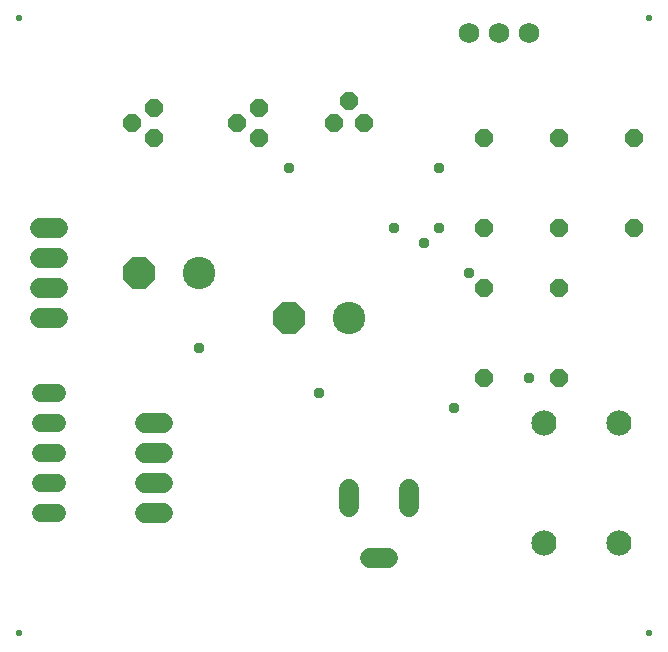
<source format=gbr>
G04 EAGLE Gerber RS-274X export*
G75*
%MOMM*%
%FSLAX34Y34*%
%LPD*%
%INSoldermask Bottom*%
%IPPOS*%
%AMOC8*
5,1,8,0,0,1.08239X$1,22.5*%
G01*
%ADD10C,0.553200*%
%ADD11C,1.524000*%
%ADD12C,2.743200*%
%ADD13P,2.969212X8X202.500000*%
%ADD14C,2.133600*%
%ADD15C,1.727200*%
%ADD16P,1.649562X8X112.500000*%
%ADD17P,1.649562X8X22.500000*%
%ADD18P,1.649562X8X292.500000*%
%ADD19C,1.727200*%
%ADD20C,0.959600*%


D10*
X38100Y558800D03*
X571500Y558800D03*
X571500Y38100D03*
X38100Y38100D03*
D11*
X56896Y241300D02*
X70104Y241300D01*
X70104Y215900D02*
X56896Y215900D01*
X56896Y190500D02*
X70104Y190500D01*
X70104Y165100D02*
X56896Y165100D01*
X56896Y139700D02*
X70104Y139700D01*
D12*
X190500Y342900D03*
D13*
X139700Y342900D03*
D12*
X317500Y304800D03*
D13*
X266700Y304800D03*
D14*
X546100Y215900D03*
X546100Y114300D03*
X482600Y114300D03*
X482600Y215900D03*
D15*
X160020Y139700D02*
X144780Y139700D01*
X144780Y165100D02*
X160020Y165100D01*
X160020Y190500D02*
X144780Y190500D01*
X144780Y215900D02*
X160020Y215900D01*
D16*
X152400Y482600D03*
X133350Y469900D03*
X152400Y457200D03*
D17*
X330200Y469900D03*
X317500Y488950D03*
X304800Y469900D03*
D16*
X241300Y482600D03*
X222250Y469900D03*
X241300Y457200D03*
D18*
X495300Y457200D03*
X495300Y381000D03*
X558800Y457200D03*
X558800Y381000D03*
X431800Y330200D03*
X431800Y254000D03*
D16*
X495300Y254000D03*
X495300Y330200D03*
X431800Y381000D03*
X431800Y457200D03*
D15*
X71120Y304800D02*
X55880Y304800D01*
X55880Y330200D02*
X71120Y330200D01*
X71120Y355600D02*
X55880Y355600D01*
X55880Y381000D02*
X71120Y381000D01*
D19*
X469900Y546100D03*
X444500Y546100D03*
X419100Y546100D03*
D15*
X350520Y101600D02*
X335280Y101600D01*
X368300Y144780D02*
X368300Y160020D01*
X317500Y160020D02*
X317500Y144780D01*
D20*
X190500Y279400D03*
X190500Y279400D03*
X292100Y241300D03*
X419100Y342900D03*
X381000Y368300D03*
X406400Y228600D03*
X355600Y381000D03*
X393700Y381000D03*
X469900Y254000D03*
X266700Y431800D03*
X393700Y431800D03*
M02*

</source>
